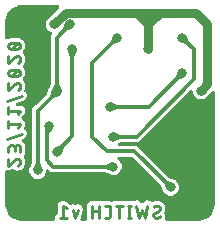
<source format=gbr>
G04 EAGLE Gerber RS-274X export*
G75*
%MOMM*%
%FSLAX34Y34*%
%LPD*%
%INBottom Copper*%
%IPPOS*%
%AMOC8*
5,1,8,0,0,1.08239X$1,22.5*%
G01*
%ADD10C,0.228600*%
%ADD11C,0.800000*%
%ADD12C,0.304800*%
%ADD13C,0.800000*%

G36*
X44641Y3826D02*
X44641Y3826D01*
X44759Y3833D01*
X44798Y3846D01*
X44838Y3851D01*
X44949Y3894D01*
X45062Y3931D01*
X45096Y3953D01*
X45134Y3968D01*
X45230Y4037D01*
X45330Y4101D01*
X45358Y4131D01*
X45391Y4154D01*
X45467Y4246D01*
X45548Y4333D01*
X45568Y4368D01*
X45594Y4399D01*
X45644Y4507D01*
X45702Y4611D01*
X45712Y4651D01*
X45729Y4687D01*
X45752Y4804D01*
X45781Y4919D01*
X45785Y4979D01*
X45789Y4999D01*
X45788Y5020D01*
X45792Y5080D01*
X45792Y7879D01*
X48313Y10400D01*
X48373Y10479D01*
X48441Y10551D01*
X48470Y10604D01*
X48508Y10652D01*
X48547Y10743D01*
X48595Y10829D01*
X48610Y10888D01*
X48634Y10943D01*
X48649Y11041D01*
X48674Y11137D01*
X48681Y11237D01*
X48684Y11258D01*
X48683Y11270D01*
X48684Y11298D01*
X48684Y16255D01*
X48683Y16269D01*
X48677Y16395D01*
X48514Y17856D01*
X48572Y17951D01*
X48581Y17979D01*
X48595Y18004D01*
X48627Y18130D01*
X48666Y18255D01*
X48667Y18275D01*
X49698Y19307D01*
X49707Y19319D01*
X49792Y19412D01*
X50710Y20560D01*
X50819Y20586D01*
X50844Y20600D01*
X50872Y20608D01*
X50984Y20674D01*
X51099Y20735D01*
X51115Y20749D01*
X52574Y20749D01*
X52588Y20751D01*
X52714Y20756D01*
X54175Y20919D01*
X54270Y20861D01*
X54298Y20852D01*
X54323Y20838D01*
X54449Y20806D01*
X54574Y20768D01*
X54595Y20767D01*
X55626Y19735D01*
X55638Y19726D01*
X55731Y19641D01*
X58583Y17360D01*
X58645Y17321D01*
X58703Y17275D01*
X58781Y17239D01*
X58854Y17194D01*
X58924Y17172D01*
X58991Y17141D01*
X59076Y17126D01*
X59158Y17100D01*
X59232Y17097D01*
X59304Y17084D01*
X59390Y17090D01*
X59476Y17086D01*
X59548Y17101D01*
X59621Y17106D01*
X59777Y17147D01*
X61171Y17611D01*
X62595Y16899D01*
X62624Y16889D01*
X62649Y16874D01*
X62773Y16836D01*
X62895Y16793D01*
X62925Y16791D01*
X62954Y16782D01*
X63084Y16777D01*
X63212Y16766D01*
X63242Y16771D01*
X63271Y16769D01*
X63398Y16797D01*
X63526Y16818D01*
X63553Y16830D01*
X63582Y16836D01*
X63731Y16899D01*
X65156Y17611D01*
X68450Y16513D01*
X70003Y13407D01*
X67715Y6544D01*
X67714Y6535D01*
X67710Y6527D01*
X67683Y6381D01*
X67653Y6232D01*
X67654Y6223D01*
X67652Y6215D01*
X67663Y6065D01*
X67671Y5915D01*
X67674Y5906D01*
X67674Y5897D01*
X67692Y5829D01*
X67602Y5648D01*
X67570Y5558D01*
X67530Y5473D01*
X67518Y5409D01*
X67496Y5348D01*
X67488Y5253D01*
X67470Y5160D01*
X67474Y5096D01*
X67469Y5031D01*
X67484Y4937D01*
X67490Y4843D01*
X67510Y4781D01*
X67521Y4717D01*
X67559Y4630D01*
X67588Y4541D01*
X67623Y4486D01*
X67649Y4426D01*
X67708Y4352D01*
X67758Y4272D01*
X67806Y4227D01*
X67846Y4176D01*
X67921Y4119D01*
X67990Y4054D01*
X68047Y4022D01*
X68099Y3983D01*
X68186Y3946D01*
X68268Y3900D01*
X68331Y3884D01*
X68391Y3859D01*
X68485Y3845D01*
X68576Y3821D01*
X68687Y3814D01*
X68706Y3811D01*
X68716Y3812D01*
X68737Y3811D01*
X71573Y3811D01*
X71692Y3826D01*
X71810Y3833D01*
X71849Y3846D01*
X71889Y3851D01*
X72000Y3894D01*
X72113Y3931D01*
X72147Y3953D01*
X72185Y3968D01*
X72281Y4037D01*
X72381Y4101D01*
X72409Y4131D01*
X72442Y4154D01*
X72518Y4246D01*
X72599Y4333D01*
X72619Y4368D01*
X72645Y4399D01*
X72695Y4507D01*
X72753Y4611D01*
X72763Y4651D01*
X72780Y4687D01*
X72803Y4804D01*
X72832Y4919D01*
X72836Y4979D01*
X72840Y4999D01*
X72839Y5020D01*
X72843Y5080D01*
X72843Y18293D01*
X75298Y20749D01*
X78771Y20749D01*
X79030Y20490D01*
X79124Y20417D01*
X79213Y20338D01*
X79249Y20320D01*
X79281Y20295D01*
X79390Y20247D01*
X79496Y20193D01*
X79535Y20185D01*
X79573Y20168D01*
X79691Y20150D01*
X79806Y20124D01*
X79847Y20125D01*
X79887Y20119D01*
X80006Y20130D01*
X80124Y20133D01*
X80163Y20145D01*
X80203Y20148D01*
X80315Y20189D01*
X80430Y20222D01*
X80465Y20242D01*
X80503Y20256D01*
X80601Y20323D01*
X80704Y20383D01*
X80749Y20423D01*
X80766Y20435D01*
X80779Y20450D01*
X80825Y20490D01*
X81084Y20749D01*
X84556Y20749D01*
X84588Y20717D01*
X84682Y20644D01*
X84771Y20565D01*
X84807Y20547D01*
X84839Y20522D01*
X84949Y20474D01*
X85055Y20420D01*
X85094Y20412D01*
X85131Y20395D01*
X85249Y20377D01*
X85365Y20351D01*
X85405Y20352D01*
X85445Y20346D01*
X85564Y20357D01*
X85683Y20360D01*
X85722Y20372D01*
X85762Y20375D01*
X85874Y20416D01*
X85988Y20449D01*
X86023Y20469D01*
X86061Y20483D01*
X86160Y20550D01*
X86262Y20610D01*
X86307Y20650D01*
X86324Y20662D01*
X86338Y20677D01*
X86383Y20717D01*
X86415Y20749D01*
X88204Y20749D01*
X90466Y20749D01*
X91443Y20749D01*
X92226Y20749D01*
X92317Y20688D01*
X92325Y20682D01*
X92329Y20680D01*
X92337Y20675D01*
X93688Y19895D01*
X93791Y19851D01*
X93891Y19800D01*
X93937Y19790D01*
X93981Y19772D01*
X94092Y19755D01*
X94202Y19731D01*
X94249Y19732D01*
X94295Y19725D01*
X94407Y19737D01*
X94520Y19740D01*
X94565Y19753D01*
X94612Y19758D01*
X94717Y19797D01*
X94825Y19829D01*
X94866Y19853D01*
X94910Y19869D01*
X95002Y19933D01*
X95099Y19990D01*
X95153Y20038D01*
X95171Y20050D01*
X95183Y20064D01*
X95220Y20097D01*
X95872Y20749D01*
X111778Y20749D01*
X111834Y20705D01*
X111889Y20649D01*
X111959Y20608D01*
X112023Y20558D01*
X112095Y20527D01*
X112163Y20487D01*
X112241Y20464D01*
X112315Y20432D01*
X112392Y20419D01*
X112468Y20397D01*
X112549Y20395D01*
X112629Y20382D01*
X112707Y20389D01*
X112786Y20387D01*
X112945Y20411D01*
X115708Y21026D01*
X118870Y19014D01*
X118870Y19013D01*
X118871Y19013D01*
X119018Y18944D01*
X119157Y18878D01*
X119158Y18878D01*
X119159Y18877D01*
X119317Y18847D01*
X119469Y18818D01*
X119470Y18818D01*
X119471Y18818D01*
X119631Y18828D01*
X119787Y18837D01*
X119788Y18838D01*
X119789Y18838D01*
X119949Y18890D01*
X120089Y18935D01*
X120090Y18936D01*
X120091Y18936D01*
X120232Y19014D01*
X123394Y21026D01*
X126798Y20269D01*
X126823Y20239D01*
X126896Y20140D01*
X126924Y20117D01*
X126947Y20089D01*
X127047Y20017D01*
X127142Y19939D01*
X127175Y19924D01*
X127205Y19903D01*
X127319Y19857D01*
X127431Y19806D01*
X127467Y19799D01*
X127501Y19786D01*
X127623Y19770D01*
X127744Y19748D01*
X127780Y19751D01*
X127816Y19746D01*
X127938Y19762D01*
X128061Y19770D01*
X128113Y19784D01*
X128132Y19786D01*
X128151Y19794D01*
X128217Y19811D01*
X130217Y20478D01*
X130266Y20502D01*
X130318Y20517D01*
X130409Y20570D01*
X130503Y20616D01*
X130545Y20651D01*
X130592Y20678D01*
X130672Y20749D01*
X134173Y20749D01*
X134264Y20688D01*
X134273Y20682D01*
X134277Y20680D01*
X134285Y20675D01*
X137176Y19005D01*
X138845Y16114D01*
X138897Y16046D01*
X138919Y16008D01*
X138919Y12486D01*
X138854Y12388D01*
X138846Y12377D01*
X138844Y12371D01*
X138836Y12360D01*
X138351Y11511D01*
X138308Y11407D01*
X138257Y11307D01*
X138247Y11261D01*
X138229Y11217D01*
X138213Y11106D01*
X138189Y10996D01*
X138190Y10949D01*
X138184Y10902D01*
X138196Y10791D01*
X138200Y10679D01*
X138213Y10633D01*
X138218Y10586D01*
X138258Y10481D01*
X138290Y10373D01*
X138314Y10333D01*
X138330Y10288D01*
X138395Y10197D01*
X138452Y10100D01*
X138500Y10046D01*
X138513Y10028D01*
X138527Y10016D01*
X138559Y9980D01*
X139201Y9343D01*
X139216Y5843D01*
X139148Y5761D01*
X139138Y5740D01*
X139124Y5722D01*
X139070Y5596D01*
X139012Y5473D01*
X139008Y5450D01*
X138999Y5429D01*
X138978Y5294D01*
X138952Y5160D01*
X138954Y5138D01*
X138950Y5115D01*
X138964Y4979D01*
X138972Y4843D01*
X138979Y4821D01*
X138981Y4799D01*
X139028Y4670D01*
X139070Y4541D01*
X139082Y4521D01*
X139090Y4500D01*
X139167Y4387D01*
X139240Y4272D01*
X139257Y4256D01*
X139270Y4237D01*
X139373Y4147D01*
X139472Y4054D01*
X139492Y4043D01*
X139509Y4028D01*
X139631Y3966D01*
X139750Y3900D01*
X139773Y3895D01*
X139793Y3884D01*
X139927Y3855D01*
X140058Y3821D01*
X140090Y3819D01*
X140104Y3816D01*
X140125Y3817D01*
X140219Y3811D01*
X167929Y3811D01*
X167949Y3813D01*
X168053Y3817D01*
X170393Y4047D01*
X170496Y4071D01*
X170602Y4086D01*
X170681Y4113D01*
X170703Y4118D01*
X170717Y4125D01*
X170754Y4138D01*
X175077Y5928D01*
X175085Y5933D01*
X175094Y5935D01*
X175223Y6012D01*
X175353Y6086D01*
X175359Y6092D01*
X175367Y6097D01*
X175488Y6203D01*
X178797Y9512D01*
X178802Y9519D01*
X178810Y9525D01*
X178900Y9644D01*
X178992Y9763D01*
X178995Y9772D01*
X179001Y9779D01*
X179072Y9923D01*
X180862Y14246D01*
X180890Y14348D01*
X180927Y14448D01*
X180940Y14532D01*
X180946Y14553D01*
X180946Y14569D01*
X180953Y14607D01*
X181183Y16947D01*
X181183Y16966D01*
X181189Y17071D01*
X181189Y112407D01*
X181172Y112544D01*
X181159Y112683D01*
X181152Y112702D01*
X181149Y112722D01*
X181098Y112851D01*
X181051Y112982D01*
X181040Y112999D01*
X181032Y113018D01*
X180951Y113130D01*
X180873Y113245D01*
X180857Y113259D01*
X180846Y113275D01*
X180738Y113364D01*
X180634Y113456D01*
X180616Y113465D01*
X180601Y113478D01*
X180475Y113537D01*
X180351Y113600D01*
X180331Y113605D01*
X180313Y113614D01*
X180177Y113640D01*
X180041Y113670D01*
X180020Y113670D01*
X180001Y113673D01*
X179862Y113665D01*
X179723Y113660D01*
X179703Y113655D01*
X179683Y113654D01*
X179551Y113611D01*
X179417Y113572D01*
X179400Y113562D01*
X179381Y113556D01*
X179263Y113481D01*
X179143Y113411D01*
X179122Y113392D01*
X179112Y113385D01*
X179098Y113370D01*
X179023Y113304D01*
X173493Y107774D01*
X170902Y106701D01*
X168098Y106701D01*
X165507Y107774D01*
X163524Y109757D01*
X162451Y112348D01*
X162451Y112920D01*
X162434Y113058D01*
X162421Y113197D01*
X162414Y113216D01*
X162411Y113236D01*
X162360Y113365D01*
X162313Y113496D01*
X162302Y113513D01*
X162294Y113531D01*
X162213Y113644D01*
X162135Y113759D01*
X162119Y113772D01*
X162108Y113789D01*
X162000Y113877D01*
X161896Y113969D01*
X161878Y113979D01*
X161863Y113992D01*
X161737Y114051D01*
X161613Y114114D01*
X161593Y114119D01*
X161575Y114127D01*
X161439Y114153D01*
X161303Y114184D01*
X161282Y114183D01*
X161263Y114187D01*
X161124Y114178D01*
X160985Y114174D01*
X160965Y114168D01*
X160945Y114167D01*
X160813Y114124D01*
X160679Y114086D01*
X160662Y114075D01*
X160643Y114069D01*
X160525Y113995D01*
X160405Y113924D01*
X160384Y113906D01*
X160374Y113899D01*
X160360Y113884D01*
X160285Y113818D01*
X119944Y73478D01*
X116894Y70427D01*
X102262Y70427D01*
X102232Y70423D01*
X102202Y70426D01*
X102074Y70404D01*
X101946Y70387D01*
X101918Y70376D01*
X101888Y70371D01*
X101738Y70314D01*
X99937Y69498D01*
X99895Y69472D01*
X99849Y69454D01*
X99760Y69389D01*
X99666Y69332D01*
X99632Y69296D01*
X99592Y69268D01*
X99521Y69182D01*
X99445Y69103D01*
X99420Y69060D01*
X99389Y69023D01*
X99342Y68923D01*
X99287Y68827D01*
X99274Y68779D01*
X99253Y68735D01*
X99233Y68627D01*
X99204Y68520D01*
X99203Y68471D01*
X99194Y68422D01*
X99201Y68312D01*
X99199Y68202D01*
X99210Y68154D01*
X99213Y68105D01*
X99247Y68000D01*
X99273Y67893D01*
X99296Y67849D01*
X99311Y67803D01*
X99371Y67709D01*
X99422Y67612D01*
X99455Y67575D01*
X99482Y67534D01*
X99562Y67458D01*
X99636Y67376D01*
X99678Y67350D01*
X99713Y67316D01*
X99810Y67263D01*
X99902Y67202D01*
X99949Y67186D01*
X99992Y67162D01*
X100099Y67135D01*
X100203Y67099D01*
X100252Y67095D01*
X100300Y67083D01*
X100460Y67073D01*
X115044Y67073D01*
X118094Y64022D01*
X141849Y40268D01*
X141872Y40250D01*
X141892Y40227D01*
X141998Y40153D01*
X142100Y40073D01*
X142128Y40061D01*
X142152Y40044D01*
X142299Y39978D01*
X144817Y39030D01*
X144960Y38996D01*
X145103Y38959D01*
X145119Y38958D01*
X145126Y38956D01*
X145134Y38956D01*
X146322Y38464D01*
X146334Y38461D01*
X146360Y38449D01*
X148006Y37830D01*
X148090Y37643D01*
X148167Y37518D01*
X148243Y37390D01*
X148253Y37378D01*
X148257Y37372D01*
X148268Y37361D01*
X148349Y37269D01*
X149726Y35893D01*
X150799Y33302D01*
X150799Y30498D01*
X149726Y27907D01*
X147743Y25924D01*
X145152Y24851D01*
X142348Y24851D01*
X139757Y25924D01*
X138381Y27301D01*
X138263Y27392D01*
X138149Y27484D01*
X138135Y27491D01*
X138129Y27496D01*
X138115Y27502D01*
X138007Y27560D01*
X137820Y27644D01*
X137201Y29291D01*
X137195Y29302D01*
X137185Y29329D01*
X136681Y30546D01*
X136667Y30679D01*
X136662Y30694D01*
X136661Y30702D01*
X136656Y30716D01*
X136620Y30833D01*
X136301Y31681D01*
X135672Y33351D01*
X135658Y33378D01*
X135650Y33407D01*
X135584Y33518D01*
X135524Y33632D01*
X135504Y33655D01*
X135488Y33681D01*
X135382Y33801D01*
X111628Y57556D01*
X111549Y57616D01*
X111477Y57684D01*
X111424Y57713D01*
X111376Y57750D01*
X111285Y57790D01*
X111199Y57838D01*
X111140Y57853D01*
X111085Y57877D01*
X110987Y57892D01*
X110891Y57917D01*
X110791Y57923D01*
X110770Y57927D01*
X110758Y57925D01*
X110730Y57927D01*
X100076Y57927D01*
X100006Y57918D01*
X99935Y57919D01*
X99849Y57899D01*
X99761Y57887D01*
X99695Y57861D01*
X99626Y57845D01*
X99547Y57803D01*
X99465Y57770D01*
X99408Y57729D01*
X99345Y57695D01*
X99280Y57636D01*
X99208Y57584D01*
X99162Y57529D01*
X99110Y57481D01*
X99061Y57407D01*
X99005Y57339D01*
X98975Y57274D01*
X98936Y57215D01*
X98907Y57131D01*
X98869Y57051D01*
X98856Y56981D01*
X98833Y56914D01*
X98826Y56826D01*
X98810Y56739D01*
X98814Y56668D01*
X98809Y56597D01*
X98824Y56510D01*
X98829Y56421D01*
X98851Y56354D01*
X98863Y56284D01*
X98900Y56203D01*
X98927Y56119D01*
X98965Y56059D01*
X98995Y55994D01*
X99050Y55925D01*
X99098Y55850D01*
X99149Y55801D01*
X99194Y55746D01*
X99229Y55719D01*
X101356Y53593D01*
X102429Y51002D01*
X102429Y48198D01*
X101356Y45607D01*
X99373Y43624D01*
X96782Y42551D01*
X94835Y42551D01*
X94689Y42533D01*
X94542Y42517D01*
X94527Y42512D01*
X94520Y42511D01*
X94505Y42506D01*
X94388Y42470D01*
X94196Y42398D01*
X92593Y43124D01*
X92581Y43128D01*
X92555Y43141D01*
X91339Y43644D01*
X91235Y43728D01*
X91221Y43736D01*
X91215Y43740D01*
X91201Y43746D01*
X91093Y43804D01*
X88642Y44914D01*
X88613Y44923D01*
X88587Y44938D01*
X88462Y44970D01*
X88338Y45008D01*
X88308Y45010D01*
X88279Y45017D01*
X88118Y45027D01*
X42256Y45027D01*
X40465Y46818D01*
X40356Y46903D01*
X40249Y46992D01*
X40230Y47000D01*
X40214Y47013D01*
X40086Y47068D01*
X39961Y47127D01*
X39941Y47131D01*
X39922Y47139D01*
X39784Y47161D01*
X39648Y47187D01*
X39628Y47186D01*
X39608Y47189D01*
X39469Y47176D01*
X39331Y47167D01*
X39312Y47161D01*
X39292Y47159D01*
X39160Y47112D01*
X39029Y47069D01*
X39011Y47058D01*
X38992Y47051D01*
X38877Y46973D01*
X38760Y46899D01*
X38746Y46884D01*
X38729Y46873D01*
X38637Y46769D01*
X38542Y46667D01*
X38532Y46650D01*
X38519Y46634D01*
X38455Y46510D01*
X38388Y46389D01*
X38383Y46369D01*
X38374Y46351D01*
X38344Y46215D01*
X38309Y46081D01*
X38307Y46053D01*
X38304Y46041D01*
X38305Y46020D01*
X38299Y45920D01*
X38299Y44848D01*
X37226Y42257D01*
X35243Y40274D01*
X32652Y39201D01*
X29848Y39201D01*
X27257Y40274D01*
X25274Y42257D01*
X24201Y44848D01*
X24201Y46795D01*
X24183Y46941D01*
X24167Y47088D01*
X24162Y47103D01*
X24161Y47110D01*
X24156Y47125D01*
X24120Y47242D01*
X24048Y47434D01*
X24774Y49036D01*
X24778Y49048D01*
X24790Y49075D01*
X25294Y50291D01*
X25378Y50395D01*
X25386Y50409D01*
X25390Y50415D01*
X25396Y50429D01*
X25454Y50537D01*
X26564Y52988D01*
X26573Y53017D01*
X26588Y53043D01*
X26620Y53168D01*
X26658Y53292D01*
X26660Y53322D01*
X26667Y53351D01*
X26677Y53512D01*
X26677Y98744D01*
X29728Y101794D01*
X39132Y111199D01*
X39150Y111222D01*
X39173Y111242D01*
X39247Y111348D01*
X39327Y111450D01*
X39339Y111478D01*
X39356Y111502D01*
X39422Y111649D01*
X40188Y113682D01*
X40201Y113738D01*
X40223Y113792D01*
X40238Y113892D01*
X40261Y113991D01*
X40260Y114049D01*
X40269Y114106D01*
X40259Y114198D01*
X40298Y114284D01*
X40967Y115761D01*
X40973Y115781D01*
X40999Y115838D01*
X41378Y116846D01*
X41602Y117439D01*
X41643Y117469D01*
X41706Y117548D01*
X41777Y117622D01*
X41806Y117672D01*
X41842Y117717D01*
X41918Y117859D01*
X42814Y119838D01*
X42823Y119867D01*
X42838Y119893D01*
X42870Y120018D01*
X42908Y120142D01*
X42910Y120172D01*
X42917Y120201D01*
X42927Y120362D01*
X42927Y160644D01*
X43412Y161129D01*
X43442Y161168D01*
X43479Y161201D01*
X43540Y161293D01*
X43607Y161380D01*
X43627Y161426D01*
X43654Y161467D01*
X43690Y161571D01*
X43733Y161672D01*
X43741Y161721D01*
X43757Y161768D01*
X43766Y161877D01*
X43783Y161986D01*
X43778Y162035D01*
X43782Y162085D01*
X43764Y162193D01*
X43753Y162303D01*
X43736Y162349D01*
X43728Y162398D01*
X43683Y162499D01*
X43646Y162602D01*
X43618Y162643D01*
X43597Y162688D01*
X43529Y162774D01*
X43467Y162865D01*
X43430Y162898D01*
X43399Y162937D01*
X43311Y163003D01*
X43229Y163075D01*
X43184Y163098D01*
X43145Y163128D01*
X43000Y163199D01*
X41007Y164024D01*
X39024Y166007D01*
X37951Y168598D01*
X37951Y171402D01*
X39024Y173993D01*
X49054Y184023D01*
X49139Y184132D01*
X49228Y184239D01*
X49237Y184258D01*
X49249Y184274D01*
X49305Y184402D01*
X49364Y184527D01*
X49367Y184547D01*
X49375Y184566D01*
X49397Y184704D01*
X49423Y184840D01*
X49422Y184860D01*
X49425Y184880D01*
X49412Y185019D01*
X49404Y185157D01*
X49397Y185176D01*
X49395Y185196D01*
X49348Y185328D01*
X49306Y185459D01*
X49295Y185477D01*
X49288Y185496D01*
X49210Y185611D01*
X49135Y185728D01*
X49121Y185742D01*
X49109Y185759D01*
X49005Y185851D01*
X48904Y185946D01*
X48886Y185956D01*
X48871Y185969D01*
X48747Y186033D01*
X48625Y186100D01*
X48606Y186105D01*
X48588Y186114D01*
X48452Y186144D01*
X48317Y186179D01*
X48289Y186181D01*
X48277Y186184D01*
X48257Y186183D01*
X48157Y186189D01*
X17071Y186189D01*
X17051Y186187D01*
X16947Y186183D01*
X14607Y185953D01*
X14504Y185929D01*
X14398Y185914D01*
X14319Y185887D01*
X14297Y185882D01*
X14283Y185875D01*
X14246Y185862D01*
X9923Y184072D01*
X9915Y184067D01*
X9906Y184065D01*
X9777Y183988D01*
X9647Y183914D01*
X9641Y183908D01*
X9633Y183903D01*
X9512Y183797D01*
X6203Y180488D01*
X6198Y180481D01*
X6190Y180475D01*
X6100Y180356D01*
X6008Y180237D01*
X6005Y180228D01*
X5999Y180221D01*
X5928Y180077D01*
X4138Y175754D01*
X4110Y175652D01*
X4073Y175552D01*
X4060Y175468D01*
X4054Y175447D01*
X4054Y175431D01*
X4047Y175393D01*
X3817Y173053D01*
X3817Y173034D01*
X3811Y172929D01*
X3811Y158586D01*
X3812Y158577D01*
X3811Y158567D01*
X3832Y158419D01*
X3851Y158271D01*
X3854Y158262D01*
X3856Y158252D01*
X3913Y158114D01*
X3968Y157975D01*
X3973Y157967D01*
X3977Y157958D01*
X4067Y157839D01*
X4154Y157718D01*
X4162Y157711D01*
X4168Y157704D01*
X4284Y157611D01*
X4399Y157515D01*
X4409Y157511D01*
X4416Y157505D01*
X4552Y157443D01*
X4687Y157380D01*
X4697Y157378D01*
X4706Y157374D01*
X4854Y157348D01*
X4999Y157320D01*
X5009Y157320D01*
X5019Y157319D01*
X5168Y157330D01*
X5317Y157340D01*
X5326Y157343D01*
X5336Y157343D01*
X5492Y157386D01*
X5911Y157530D01*
X5916Y157532D01*
X6056Y157589D01*
X8402Y158733D01*
X14298Y158733D01*
X15585Y158106D01*
X15715Y158062D01*
X15842Y158013D01*
X15873Y158008D01*
X15886Y158003D01*
X15907Y158002D01*
X16001Y157985D01*
X16431Y157937D01*
X16515Y157833D01*
X16600Y157750D01*
X16680Y157662D01*
X16714Y157639D01*
X16743Y157611D01*
X16847Y157552D01*
X16946Y157487D01*
X17002Y157463D01*
X17020Y157453D01*
X17039Y157448D01*
X17095Y157425D01*
X18390Y156981D01*
X18468Y156871D01*
X18490Y156847D01*
X18499Y156829D01*
X18508Y156819D01*
X18526Y156790D01*
X20749Y153678D01*
X20749Y149620D01*
X18896Y147026D01*
X18892Y147019D01*
X18887Y147013D01*
X18817Y146879D01*
X18745Y146746D01*
X18743Y146738D01*
X18739Y146731D01*
X18704Y146583D01*
X18668Y146437D01*
X18668Y146429D01*
X18667Y146422D01*
X18670Y146270D01*
X18671Y146119D01*
X18673Y146112D01*
X18673Y146104D01*
X18714Y145957D01*
X18752Y145812D01*
X18756Y145805D01*
X18758Y145797D01*
X18829Y145653D01*
X20749Y142329D01*
X20749Y138755D01*
X20715Y138711D01*
X20621Y138593D01*
X20616Y138584D01*
X20613Y138580D01*
X20608Y138569D01*
X20546Y138450D01*
X19444Y135976D01*
X18838Y135432D01*
X18807Y135396D01*
X18770Y135365D01*
X18703Y135276D01*
X18630Y135191D01*
X18609Y135148D01*
X18580Y135110D01*
X18538Y135006D01*
X18489Y134907D01*
X18479Y134860D01*
X18461Y134815D01*
X18446Y134705D01*
X18422Y134596D01*
X18424Y134547D01*
X18418Y134500D01*
X18431Y134389D01*
X18435Y134278D01*
X18449Y134232D01*
X18455Y134184D01*
X18495Y134080D01*
X18527Y133973D01*
X18552Y133932D01*
X18569Y133887D01*
X18654Y133750D01*
X20749Y130818D01*
X20749Y126760D01*
X18896Y124166D01*
X18892Y124159D01*
X18887Y124153D01*
X18817Y124020D01*
X18745Y123886D01*
X18743Y123878D01*
X18739Y123871D01*
X18705Y123724D01*
X18668Y123577D01*
X18668Y123569D01*
X18667Y123562D01*
X18670Y123410D01*
X18671Y123259D01*
X18673Y123252D01*
X18673Y123244D01*
X18713Y123099D01*
X18752Y122952D01*
X18756Y122945D01*
X18758Y122937D01*
X18829Y122793D01*
X20749Y119469D01*
X20749Y115895D01*
X20715Y115851D01*
X20621Y115733D01*
X20616Y115724D01*
X20613Y115720D01*
X20608Y115709D01*
X20546Y115590D01*
X19984Y114329D01*
X19953Y114226D01*
X19913Y114125D01*
X19907Y114074D01*
X19892Y114024D01*
X19887Y113917D01*
X19874Y113809D01*
X19881Y113758D01*
X19878Y113707D01*
X19901Y113601D01*
X19915Y113494D01*
X19934Y113446D01*
X19944Y113396D01*
X19992Y113299D01*
X20032Y113198D01*
X20063Y113157D01*
X20086Y113111D01*
X20156Y113029D01*
X20220Y112942D01*
X20260Y112909D01*
X20293Y112870D01*
X20382Y112808D01*
X20465Y112739D01*
X20536Y112701D01*
X20554Y112688D01*
X20570Y112682D01*
X20607Y112662D01*
X21060Y112450D01*
X22247Y109187D01*
X20778Y106040D01*
X13624Y103439D01*
X13538Y103394D01*
X13447Y103358D01*
X13397Y103322D01*
X13342Y103294D01*
X13269Y103229D01*
X13190Y103172D01*
X13150Y103124D01*
X13104Y103083D01*
X13049Y103002D01*
X12987Y102927D01*
X12960Y102870D01*
X12926Y102819D01*
X12893Y102727D01*
X12851Y102639D01*
X12840Y102578D01*
X12819Y102519D01*
X12810Y102422D01*
X12792Y102326D01*
X12795Y102265D01*
X12790Y102203D01*
X12805Y102106D01*
X12811Y102009D01*
X12830Y101950D01*
X12840Y101889D01*
X12879Y101799D01*
X12909Y101707D01*
X12943Y101654D01*
X12967Y101597D01*
X13027Y101520D01*
X13079Y101438D01*
X13125Y101395D01*
X13163Y101346D01*
X13240Y101287D01*
X13311Y101220D01*
X13365Y101190D01*
X13415Y101152D01*
X13504Y101114D01*
X13590Y101066D01*
X13650Y101051D01*
X13707Y101026D01*
X13803Y101011D01*
X13898Y100987D01*
X14001Y100980D01*
X14021Y100977D01*
X14032Y100978D01*
X14058Y100977D01*
X16255Y100977D01*
X16269Y100979D01*
X16395Y100984D01*
X17856Y101147D01*
X17951Y101089D01*
X17979Y101080D01*
X18004Y101066D01*
X18130Y101034D01*
X18255Y100996D01*
X18275Y100995D01*
X19307Y99963D01*
X19319Y99954D01*
X19412Y99869D01*
X20560Y98951D01*
X20586Y98843D01*
X20600Y98817D01*
X20608Y98789D01*
X20674Y98677D01*
X20735Y98562D01*
X20749Y98547D01*
X20749Y97087D01*
X20751Y97073D01*
X20756Y96947D01*
X20919Y95486D01*
X20861Y95391D01*
X20852Y95363D01*
X20838Y95338D01*
X20806Y95212D01*
X20768Y95087D01*
X20767Y95067D01*
X19735Y94035D01*
X19726Y94023D01*
X19641Y93930D01*
X17784Y91609D01*
X17748Y91550D01*
X17704Y91497D01*
X17665Y91415D01*
X17618Y91338D01*
X17598Y91271D01*
X17568Y91209D01*
X17551Y91120D01*
X17525Y91034D01*
X17522Y90964D01*
X17509Y90897D01*
X17514Y90806D01*
X17510Y90716D01*
X17524Y90648D01*
X17528Y90579D01*
X17556Y90493D01*
X17575Y90405D01*
X17605Y90342D01*
X17626Y90277D01*
X17675Y90200D01*
X17714Y90119D01*
X17759Y90066D01*
X17796Y90008D01*
X17862Y89946D01*
X17921Y89877D01*
X17978Y89837D01*
X18028Y89790D01*
X18077Y89763D01*
X19307Y88533D01*
X19319Y88524D01*
X19412Y88439D01*
X20560Y87521D01*
X20586Y87413D01*
X20600Y87387D01*
X20608Y87359D01*
X20674Y87247D01*
X20735Y87132D01*
X20749Y87117D01*
X20749Y85657D01*
X20751Y85643D01*
X20756Y85517D01*
X20919Y84056D01*
X20861Y83961D01*
X20852Y83933D01*
X20838Y83908D01*
X20806Y83782D01*
X20768Y83657D01*
X20767Y83637D01*
X19966Y82836D01*
X19953Y82819D01*
X19936Y82805D01*
X19855Y82694D01*
X19771Y82585D01*
X19763Y82565D01*
X19750Y82547D01*
X19700Y82419D01*
X19645Y82293D01*
X19642Y82272D01*
X19634Y82251D01*
X19617Y82115D01*
X19595Y81979D01*
X19597Y81957D01*
X19594Y81936D01*
X19612Y81800D01*
X19625Y81662D01*
X19632Y81642D01*
X19635Y81620D01*
X19686Y81493D01*
X19733Y81363D01*
X19745Y81345D01*
X19753Y81325D01*
X19834Y81214D01*
X19911Y81100D01*
X19927Y81086D01*
X19940Y81068D01*
X20047Y80980D01*
X20150Y80890D01*
X20169Y80880D01*
X20186Y80866D01*
X20327Y80789D01*
X21060Y80446D01*
X22247Y77183D01*
X20778Y74036D01*
X18494Y73206D01*
X18442Y73179D01*
X18388Y73161D01*
X18302Y73107D01*
X18211Y73060D01*
X18168Y73022D01*
X18119Y72991D01*
X18049Y72917D01*
X17973Y72849D01*
X17941Y72802D01*
X17901Y72759D01*
X17852Y72670D01*
X17795Y72586D01*
X17776Y72531D01*
X17748Y72481D01*
X17722Y72382D01*
X17688Y72286D01*
X17683Y72229D01*
X17669Y72173D01*
X17668Y72071D01*
X17659Y71970D01*
X17668Y71913D01*
X17668Y71855D01*
X17694Y71756D01*
X17710Y71656D01*
X17733Y71603D01*
X17747Y71547D01*
X17796Y71457D01*
X17837Y71364D01*
X17872Y71318D01*
X17900Y71268D01*
X17970Y71193D01*
X18032Y71113D01*
X18078Y71078D01*
X18117Y71036D01*
X18198Y70985D01*
X20749Y67474D01*
X20749Y60152D01*
X19720Y59124D01*
X19651Y59035D01*
X19576Y58951D01*
X19554Y58910D01*
X19525Y58872D01*
X19481Y58769D01*
X19429Y58670D01*
X19418Y58624D01*
X19399Y58581D01*
X19381Y58469D01*
X19356Y58360D01*
X19357Y58313D01*
X19349Y58267D01*
X19360Y58154D01*
X19362Y58042D01*
X19375Y57997D01*
X19379Y57950D01*
X19417Y57844D01*
X19447Y57736D01*
X19479Y57671D01*
X19487Y57651D01*
X19497Y57635D01*
X19519Y57592D01*
X20749Y55461D01*
X20749Y51887D01*
X20715Y51843D01*
X20621Y51725D01*
X20616Y51716D01*
X20613Y51712D01*
X20608Y51701D01*
X20546Y51582D01*
X19444Y49108D01*
X17059Y46964D01*
X15534Y46471D01*
X13882Y45936D01*
X10521Y47652D01*
X10494Y47662D01*
X10470Y47677D01*
X10345Y47716D01*
X10222Y47760D01*
X10194Y47763D01*
X10166Y47772D01*
X10036Y47778D01*
X9906Y47791D01*
X9877Y47786D01*
X9849Y47788D01*
X9720Y47762D01*
X9591Y47741D01*
X9565Y47730D01*
X9537Y47724D01*
X9419Y47667D01*
X9299Y47615D01*
X9277Y47598D01*
X9251Y47585D01*
X9122Y47489D01*
X9026Y47408D01*
X9011Y47391D01*
X8951Y47338D01*
X7840Y46227D01*
X7835Y46227D01*
X7790Y46209D01*
X7743Y46200D01*
X7643Y46151D01*
X7602Y46135D01*
X6025Y46262D01*
X6003Y46261D01*
X5922Y46267D01*
X5080Y46267D01*
X4962Y46252D01*
X4843Y46244D01*
X4805Y46232D01*
X4764Y46227D01*
X4654Y46183D01*
X4541Y46146D01*
X4506Y46125D01*
X4469Y46110D01*
X4373Y46040D01*
X4272Y45976D01*
X4244Y45947D01*
X4211Y45923D01*
X4135Y45831D01*
X4054Y45744D01*
X4034Y45709D01*
X4009Y45678D01*
X3958Y45570D01*
X3900Y45466D01*
X3890Y45427D01*
X3873Y45390D01*
X3851Y45273D01*
X3821Y45158D01*
X3817Y45098D01*
X3813Y45078D01*
X3815Y45058D01*
X3811Y44997D01*
X3811Y17071D01*
X3813Y17051D01*
X3817Y16947D01*
X4047Y14607D01*
X4071Y14504D01*
X4086Y14398D01*
X4113Y14319D01*
X4118Y14297D01*
X4125Y14283D01*
X4138Y14246D01*
X5928Y9923D01*
X5933Y9915D01*
X5935Y9906D01*
X6012Y9777D01*
X6086Y9647D01*
X6092Y9641D01*
X6097Y9633D01*
X6203Y9512D01*
X9512Y6203D01*
X9519Y6198D01*
X9525Y6190D01*
X9644Y6101D01*
X9763Y6008D01*
X9772Y6005D01*
X9779Y5999D01*
X9923Y5928D01*
X14246Y4138D01*
X14348Y4110D01*
X14448Y4073D01*
X14532Y4060D01*
X14553Y4054D01*
X14569Y4054D01*
X14607Y4047D01*
X16947Y3817D01*
X16966Y3817D01*
X17071Y3811D01*
X44522Y3811D01*
X44641Y3826D01*
G37*
D10*
X129231Y8457D02*
X129233Y8364D01*
X129239Y8271D01*
X129248Y8178D01*
X129261Y8086D01*
X129278Y7994D01*
X129298Y7903D01*
X129322Y7813D01*
X129350Y7724D01*
X129381Y7636D01*
X129416Y7550D01*
X129454Y7465D01*
X129496Y7382D01*
X129541Y7300D01*
X129589Y7220D01*
X129641Y7142D01*
X129695Y7067D01*
X129753Y6994D01*
X129813Y6923D01*
X129876Y6854D01*
X129942Y6788D01*
X130011Y6725D01*
X130082Y6665D01*
X130155Y6607D01*
X130230Y6553D01*
X130308Y6501D01*
X130388Y6453D01*
X130470Y6408D01*
X130553Y6366D01*
X130638Y6328D01*
X130724Y6293D01*
X130812Y6262D01*
X130901Y6234D01*
X130991Y6210D01*
X131082Y6190D01*
X131174Y6173D01*
X131266Y6160D01*
X131359Y6151D01*
X131452Y6145D01*
X131545Y6143D01*
X131683Y6145D01*
X131821Y6151D01*
X131958Y6160D01*
X132095Y6174D01*
X132232Y6192D01*
X132368Y6213D01*
X132504Y6238D01*
X132639Y6267D01*
X132773Y6300D01*
X132905Y6336D01*
X133037Y6376D01*
X133168Y6420D01*
X133297Y6468D01*
X133425Y6519D01*
X133552Y6574D01*
X133677Y6632D01*
X133800Y6694D01*
X133921Y6759D01*
X134041Y6828D01*
X134158Y6900D01*
X134274Y6975D01*
X134387Y7054D01*
X134498Y7136D01*
X134607Y7221D01*
X134713Y7308D01*
X134817Y7399D01*
X134918Y7493D01*
X135016Y7589D01*
X134727Y14243D02*
X134725Y14336D01*
X134719Y14429D01*
X134710Y14522D01*
X134697Y14614D01*
X134680Y14706D01*
X134660Y14797D01*
X134636Y14887D01*
X134608Y14976D01*
X134577Y15064D01*
X134542Y15150D01*
X134504Y15235D01*
X134462Y15318D01*
X134417Y15400D01*
X134369Y15480D01*
X134317Y15558D01*
X134263Y15633D01*
X134205Y15706D01*
X134145Y15777D01*
X134082Y15846D01*
X134016Y15912D01*
X133947Y15975D01*
X133876Y16035D01*
X133803Y16093D01*
X133728Y16147D01*
X133650Y16199D01*
X133570Y16247D01*
X133488Y16292D01*
X133405Y16334D01*
X133320Y16372D01*
X133234Y16407D01*
X133146Y16438D01*
X133057Y16466D01*
X132967Y16490D01*
X132876Y16510D01*
X132784Y16527D01*
X132692Y16540D01*
X132599Y16549D01*
X132506Y16555D01*
X132413Y16557D01*
X132286Y16555D01*
X132159Y16550D01*
X132033Y16540D01*
X131906Y16527D01*
X131781Y16511D01*
X131655Y16490D01*
X131531Y16466D01*
X131407Y16439D01*
X131284Y16408D01*
X131162Y16373D01*
X131041Y16334D01*
X130921Y16292D01*
X130803Y16247D01*
X130685Y16198D01*
X130570Y16146D01*
X130456Y16090D01*
X130343Y16032D01*
X130233Y15969D01*
X130124Y15904D01*
X130017Y15835D01*
X129912Y15764D01*
X129810Y15689D01*
X133570Y12218D02*
X133650Y12268D01*
X133728Y12320D01*
X133803Y12375D01*
X133877Y12434D01*
X133948Y12495D01*
X134016Y12559D01*
X134082Y12626D01*
X134146Y12696D01*
X134206Y12767D01*
X134263Y12842D01*
X134318Y12918D01*
X134369Y12997D01*
X134417Y13077D01*
X134462Y13159D01*
X134504Y13244D01*
X134542Y13329D01*
X134577Y13416D01*
X134608Y13505D01*
X134636Y13595D01*
X134660Y13685D01*
X134680Y13777D01*
X134697Y13869D01*
X134710Y13962D01*
X134720Y14056D01*
X134725Y14149D01*
X134727Y14243D01*
X130389Y10482D02*
X130309Y10432D01*
X130231Y10380D01*
X130155Y10325D01*
X130082Y10266D01*
X130011Y10205D01*
X129943Y10141D01*
X129877Y10074D01*
X129813Y10004D01*
X129753Y9933D01*
X129696Y9858D01*
X129641Y9782D01*
X129590Y9703D01*
X129542Y9623D01*
X129497Y9541D01*
X129455Y9456D01*
X129417Y9371D01*
X129382Y9284D01*
X129351Y9195D01*
X129323Y9105D01*
X129299Y9015D01*
X129279Y8923D01*
X129262Y8831D01*
X129249Y8738D01*
X129239Y8644D01*
X129234Y8551D01*
X129232Y8457D01*
X130388Y10482D02*
X133570Y12218D01*
X124179Y16557D02*
X121865Y6143D01*
X119551Y13086D01*
X117237Y6143D01*
X114923Y16557D01*
X108883Y16557D02*
X108883Y6143D01*
X110040Y6143D02*
X107726Y6143D01*
X107726Y16557D02*
X110040Y16557D01*
X100501Y16557D02*
X100501Y6143D01*
X103394Y16557D02*
X97608Y16557D01*
X90466Y6143D02*
X88151Y6143D01*
X90466Y6143D02*
X90559Y6145D01*
X90652Y6151D01*
X90745Y6160D01*
X90837Y6173D01*
X90929Y6190D01*
X91020Y6210D01*
X91110Y6234D01*
X91199Y6262D01*
X91287Y6293D01*
X91373Y6328D01*
X91458Y6366D01*
X91541Y6408D01*
X91623Y6453D01*
X91703Y6501D01*
X91781Y6553D01*
X91856Y6607D01*
X91929Y6665D01*
X92000Y6725D01*
X92069Y6788D01*
X92135Y6854D01*
X92198Y6923D01*
X92258Y6994D01*
X92316Y7067D01*
X92370Y7143D01*
X92422Y7220D01*
X92470Y7300D01*
X92515Y7382D01*
X92557Y7465D01*
X92595Y7550D01*
X92630Y7636D01*
X92661Y7724D01*
X92689Y7813D01*
X92713Y7903D01*
X92733Y7994D01*
X92750Y8086D01*
X92763Y8178D01*
X92772Y8271D01*
X92778Y8364D01*
X92780Y8457D01*
X92780Y14243D01*
X92779Y14243D02*
X92777Y14339D01*
X92771Y14434D01*
X92761Y14529D01*
X92747Y14624D01*
X92730Y14718D01*
X92708Y14811D01*
X92683Y14903D01*
X92654Y14994D01*
X92621Y15084D01*
X92584Y15173D01*
X92544Y15259D01*
X92500Y15344D01*
X92453Y15427D01*
X92402Y15509D01*
X92348Y15588D01*
X92291Y15664D01*
X92231Y15739D01*
X92167Y15810D01*
X92101Y15879D01*
X92032Y15945D01*
X91961Y16009D01*
X91886Y16069D01*
X91810Y16126D01*
X91731Y16180D01*
X91650Y16231D01*
X91566Y16278D01*
X91481Y16322D01*
X91395Y16362D01*
X91306Y16399D01*
X91216Y16432D01*
X91125Y16461D01*
X91033Y16486D01*
X90940Y16508D01*
X90846Y16525D01*
X90751Y16539D01*
X90656Y16549D01*
X90561Y16555D01*
X90465Y16557D01*
X90466Y16557D02*
X88151Y16557D01*
X82820Y16557D02*
X82820Y6143D01*
X82820Y11929D02*
X77034Y11929D01*
X77034Y16557D02*
X77034Y6143D01*
X65477Y13086D02*
X63163Y6143D01*
X60849Y13086D01*
X55769Y14243D02*
X52876Y16557D01*
X52876Y6143D01*
X55769Y6143D02*
X49983Y6143D01*
X16558Y53640D02*
X16556Y53740D01*
X16550Y53839D01*
X16541Y53939D01*
X16527Y54037D01*
X16510Y54136D01*
X16490Y54233D01*
X16465Y54330D01*
X16437Y54426D01*
X16405Y54520D01*
X16369Y54613D01*
X16330Y54705D01*
X16288Y54795D01*
X16242Y54884D01*
X16192Y54971D01*
X16140Y55055D01*
X16084Y55138D01*
X16025Y55219D01*
X15963Y55297D01*
X15898Y55373D01*
X15830Y55446D01*
X15760Y55516D01*
X15687Y55584D01*
X15611Y55649D01*
X15533Y55711D01*
X15452Y55770D01*
X15369Y55826D01*
X15285Y55878D01*
X15198Y55928D01*
X15109Y55974D01*
X15019Y56016D01*
X14927Y56055D01*
X14834Y56091D01*
X14740Y56123D01*
X14644Y56151D01*
X14547Y56176D01*
X14450Y56196D01*
X14351Y56213D01*
X14253Y56227D01*
X14153Y56236D01*
X14054Y56242D01*
X13954Y56244D01*
X16557Y53640D02*
X16555Y53526D01*
X16549Y53413D01*
X16540Y53300D01*
X16526Y53187D01*
X16509Y53074D01*
X16488Y52963D01*
X16463Y52852D01*
X16434Y52742D01*
X16402Y52633D01*
X16366Y52525D01*
X16326Y52418D01*
X16283Y52313D01*
X16236Y52210D01*
X16185Y52108D01*
X16132Y52008D01*
X16074Y51909D01*
X16014Y51813D01*
X15950Y51719D01*
X15883Y51627D01*
X15813Y51537D01*
X15740Y51450D01*
X15665Y51365D01*
X15586Y51283D01*
X15504Y51204D01*
X15420Y51128D01*
X15334Y51054D01*
X15245Y50983D01*
X15153Y50916D01*
X15059Y50851D01*
X14964Y50790D01*
X14866Y50732D01*
X14766Y50678D01*
X14664Y50627D01*
X14561Y50579D01*
X14456Y50535D01*
X14350Y50495D01*
X14243Y50458D01*
X11929Y55376D02*
X12001Y55449D01*
X12076Y55520D01*
X12154Y55587D01*
X12234Y55652D01*
X12316Y55714D01*
X12400Y55773D01*
X12487Y55828D01*
X12576Y55881D01*
X12666Y55930D01*
X12758Y55976D01*
X12852Y56018D01*
X12948Y56057D01*
X13044Y56092D01*
X13142Y56124D01*
X13241Y56152D01*
X13341Y56176D01*
X13442Y56197D01*
X13544Y56214D01*
X13646Y56227D01*
X13748Y56236D01*
X13851Y56242D01*
X13954Y56244D01*
X11929Y55376D02*
X6143Y50458D01*
X6143Y56244D01*
X6143Y61888D02*
X6143Y64781D01*
X6145Y64888D01*
X6151Y64995D01*
X6161Y65101D01*
X6175Y65207D01*
X6192Y65313D01*
X6214Y65417D01*
X6239Y65521D01*
X6269Y65624D01*
X6302Y65726D01*
X6338Y65826D01*
X6379Y65925D01*
X6423Y66022D01*
X6471Y66118D01*
X6522Y66212D01*
X6576Y66304D01*
X6634Y66394D01*
X6696Y66481D01*
X6760Y66567D01*
X6827Y66650D01*
X6898Y66730D01*
X6972Y66808D01*
X7048Y66883D01*
X7127Y66955D01*
X7208Y67024D01*
X7293Y67090D01*
X7379Y67153D01*
X7468Y67212D01*
X7559Y67268D01*
X7652Y67321D01*
X7746Y67371D01*
X7843Y67417D01*
X7941Y67459D01*
X8041Y67497D01*
X8142Y67532D01*
X8244Y67564D01*
X8348Y67591D01*
X8452Y67614D01*
X8557Y67634D01*
X8663Y67650D01*
X8769Y67662D01*
X8876Y67670D01*
X8983Y67674D01*
X9089Y67674D01*
X9196Y67670D01*
X9303Y67662D01*
X9409Y67650D01*
X9515Y67634D01*
X9620Y67614D01*
X9724Y67591D01*
X9828Y67564D01*
X9930Y67532D01*
X10031Y67497D01*
X10131Y67459D01*
X10229Y67417D01*
X10326Y67371D01*
X10420Y67321D01*
X10513Y67268D01*
X10604Y67212D01*
X10693Y67153D01*
X10779Y67090D01*
X10864Y67024D01*
X10945Y66955D01*
X11024Y66883D01*
X11100Y66808D01*
X11174Y66730D01*
X11245Y66650D01*
X11312Y66567D01*
X11376Y66481D01*
X11438Y66394D01*
X11496Y66304D01*
X11550Y66212D01*
X11601Y66118D01*
X11649Y66022D01*
X11693Y65925D01*
X11734Y65826D01*
X11770Y65726D01*
X11803Y65624D01*
X11833Y65521D01*
X11858Y65417D01*
X11880Y65313D01*
X11897Y65207D01*
X11911Y65101D01*
X11921Y64995D01*
X11927Y64888D01*
X11929Y64781D01*
X16557Y65360D02*
X16557Y61888D01*
X16557Y65360D02*
X16555Y65454D01*
X16549Y65549D01*
X16540Y65643D01*
X16526Y65736D01*
X16509Y65829D01*
X16488Y65921D01*
X16463Y66012D01*
X16435Y66102D01*
X16403Y66191D01*
X16367Y66278D01*
X16328Y66364D01*
X16285Y66448D01*
X16239Y66531D01*
X16190Y66611D01*
X16137Y66689D01*
X16081Y66766D01*
X16022Y66839D01*
X15961Y66911D01*
X15896Y66979D01*
X15828Y67046D01*
X15758Y67109D01*
X15686Y67169D01*
X15611Y67227D01*
X15533Y67281D01*
X15454Y67332D01*
X15373Y67380D01*
X15289Y67424D01*
X15204Y67465D01*
X15118Y67502D01*
X15030Y67536D01*
X14940Y67567D01*
X14850Y67593D01*
X14758Y67616D01*
X14665Y67635D01*
X14572Y67650D01*
X14479Y67662D01*
X14385Y67670D01*
X14290Y67674D01*
X14196Y67674D01*
X14101Y67670D01*
X14007Y67662D01*
X13914Y67650D01*
X13821Y67635D01*
X13728Y67616D01*
X13636Y67593D01*
X13546Y67567D01*
X13456Y67536D01*
X13368Y67502D01*
X13282Y67465D01*
X13197Y67424D01*
X13113Y67380D01*
X13032Y67332D01*
X12953Y67281D01*
X12875Y67227D01*
X12800Y67169D01*
X12728Y67109D01*
X12658Y67046D01*
X12590Y66979D01*
X12525Y66911D01*
X12464Y66839D01*
X12405Y66766D01*
X12349Y66689D01*
X12296Y66611D01*
X12247Y66531D01*
X12201Y66448D01*
X12158Y66364D01*
X12119Y66278D01*
X12083Y66191D01*
X12051Y66102D01*
X12023Y66012D01*
X11998Y65921D01*
X11977Y65829D01*
X11960Y65736D01*
X11946Y65643D01*
X11937Y65549D01*
X11931Y65454D01*
X11929Y65360D01*
X11929Y63045D01*
X4986Y72754D02*
X17714Y77382D01*
X14243Y82462D02*
X16557Y85355D01*
X6143Y85355D01*
X6143Y82462D02*
X6143Y88248D01*
X14243Y93892D02*
X16557Y96785D01*
X6143Y96785D01*
X6143Y93892D02*
X6143Y99678D01*
X4986Y104758D02*
X17714Y109386D01*
X16558Y117648D02*
X16556Y117748D01*
X16550Y117847D01*
X16541Y117947D01*
X16527Y118045D01*
X16510Y118144D01*
X16490Y118241D01*
X16465Y118338D01*
X16437Y118434D01*
X16405Y118528D01*
X16369Y118621D01*
X16330Y118713D01*
X16288Y118803D01*
X16242Y118892D01*
X16192Y118979D01*
X16140Y119063D01*
X16084Y119146D01*
X16025Y119227D01*
X15963Y119305D01*
X15898Y119381D01*
X15830Y119454D01*
X15760Y119524D01*
X15687Y119592D01*
X15611Y119657D01*
X15533Y119719D01*
X15452Y119778D01*
X15369Y119834D01*
X15285Y119886D01*
X15198Y119936D01*
X15109Y119982D01*
X15019Y120024D01*
X14927Y120063D01*
X14834Y120099D01*
X14740Y120131D01*
X14644Y120159D01*
X14547Y120184D01*
X14450Y120204D01*
X14351Y120221D01*
X14253Y120235D01*
X14153Y120244D01*
X14054Y120250D01*
X13954Y120252D01*
X16557Y117648D02*
X16555Y117534D01*
X16549Y117421D01*
X16540Y117308D01*
X16526Y117195D01*
X16509Y117082D01*
X16488Y116971D01*
X16463Y116860D01*
X16434Y116750D01*
X16402Y116641D01*
X16366Y116533D01*
X16326Y116426D01*
X16283Y116321D01*
X16236Y116218D01*
X16185Y116116D01*
X16132Y116016D01*
X16074Y115917D01*
X16014Y115821D01*
X15950Y115727D01*
X15883Y115635D01*
X15813Y115545D01*
X15740Y115458D01*
X15665Y115373D01*
X15586Y115291D01*
X15504Y115212D01*
X15420Y115136D01*
X15334Y115062D01*
X15245Y114991D01*
X15153Y114924D01*
X15059Y114859D01*
X14964Y114798D01*
X14866Y114740D01*
X14766Y114686D01*
X14664Y114635D01*
X14561Y114587D01*
X14456Y114543D01*
X14350Y114503D01*
X14243Y114466D01*
X11929Y119384D02*
X12001Y119457D01*
X12076Y119528D01*
X12154Y119595D01*
X12234Y119660D01*
X12316Y119722D01*
X12400Y119781D01*
X12487Y119836D01*
X12576Y119889D01*
X12666Y119938D01*
X12758Y119984D01*
X12852Y120026D01*
X12948Y120065D01*
X13044Y120100D01*
X13142Y120132D01*
X13241Y120160D01*
X13341Y120184D01*
X13442Y120205D01*
X13544Y120222D01*
X13646Y120235D01*
X13748Y120244D01*
X13851Y120250D01*
X13954Y120252D01*
X11929Y119384D02*
X6143Y114466D01*
X6143Y120252D01*
X11350Y125896D02*
X11555Y125898D01*
X11760Y125906D01*
X11964Y125918D01*
X12168Y125935D01*
X12372Y125957D01*
X12575Y125984D01*
X12778Y126016D01*
X12979Y126052D01*
X13180Y126093D01*
X13379Y126139D01*
X13578Y126190D01*
X13775Y126246D01*
X13971Y126306D01*
X14165Y126371D01*
X14358Y126440D01*
X14549Y126514D01*
X14738Y126593D01*
X14925Y126676D01*
X15111Y126764D01*
X15110Y126764D02*
X15196Y126795D01*
X15281Y126830D01*
X15364Y126869D01*
X15445Y126912D01*
X15524Y126957D01*
X15602Y127006D01*
X15677Y127059D01*
X15750Y127114D01*
X15820Y127173D01*
X15888Y127234D01*
X15953Y127299D01*
X16015Y127366D01*
X16075Y127435D01*
X16131Y127508D01*
X16184Y127582D01*
X16234Y127659D01*
X16281Y127738D01*
X16324Y127818D01*
X16364Y127901D01*
X16400Y127985D01*
X16433Y128071D01*
X16462Y128157D01*
X16487Y128246D01*
X16508Y128335D01*
X16526Y128424D01*
X16539Y128515D01*
X16549Y128606D01*
X16555Y128697D01*
X16557Y128789D01*
X16555Y128881D01*
X16549Y128972D01*
X16539Y129063D01*
X16526Y129154D01*
X16508Y129243D01*
X16487Y129332D01*
X16462Y129421D01*
X16433Y129507D01*
X16400Y129593D01*
X16364Y129677D01*
X16324Y129760D01*
X16281Y129840D01*
X16234Y129919D01*
X16184Y129996D01*
X16131Y130070D01*
X16075Y130143D01*
X16015Y130212D01*
X15953Y130279D01*
X15888Y130344D01*
X15820Y130405D01*
X15750Y130464D01*
X15677Y130519D01*
X15602Y130572D01*
X15524Y130621D01*
X15445Y130666D01*
X15364Y130709D01*
X15281Y130748D01*
X15196Y130783D01*
X15110Y130814D01*
X15111Y130814D02*
X14925Y130902D01*
X14738Y130985D01*
X14549Y131064D01*
X14358Y131138D01*
X14165Y131207D01*
X13971Y131272D01*
X13775Y131332D01*
X13578Y131388D01*
X13379Y131439D01*
X13180Y131485D01*
X12979Y131526D01*
X12778Y131562D01*
X12575Y131594D01*
X12372Y131621D01*
X12168Y131643D01*
X11964Y131660D01*
X11760Y131672D01*
X11555Y131680D01*
X11350Y131682D01*
X11350Y125896D02*
X11145Y125898D01*
X10940Y125906D01*
X10736Y125918D01*
X10532Y125935D01*
X10328Y125957D01*
X10125Y125984D01*
X9923Y126016D01*
X9721Y126052D01*
X9520Y126093D01*
X9321Y126139D01*
X9122Y126190D01*
X8925Y126246D01*
X8729Y126306D01*
X8535Y126371D01*
X8342Y126440D01*
X8151Y126514D01*
X7962Y126593D01*
X7775Y126676D01*
X7589Y126764D01*
X7590Y126764D02*
X7504Y126795D01*
X7419Y126830D01*
X7336Y126869D01*
X7255Y126912D01*
X7176Y126957D01*
X7098Y127006D01*
X7023Y127059D01*
X6950Y127114D01*
X6880Y127173D01*
X6812Y127234D01*
X6747Y127299D01*
X6685Y127366D01*
X6625Y127435D01*
X6569Y127508D01*
X6516Y127582D01*
X6466Y127659D01*
X6419Y127738D01*
X6376Y127818D01*
X6336Y127901D01*
X6300Y127985D01*
X6267Y128071D01*
X6238Y128157D01*
X6213Y128246D01*
X6192Y128335D01*
X6174Y128424D01*
X6161Y128515D01*
X6151Y128606D01*
X6145Y128697D01*
X6143Y128789D01*
X7589Y130814D02*
X7775Y130902D01*
X7962Y130985D01*
X8151Y131064D01*
X8342Y131138D01*
X8535Y131207D01*
X8729Y131272D01*
X8925Y131332D01*
X9122Y131388D01*
X9321Y131439D01*
X9520Y131485D01*
X9721Y131526D01*
X9923Y131562D01*
X10125Y131594D01*
X10328Y131621D01*
X10532Y131643D01*
X10736Y131660D01*
X10940Y131672D01*
X11145Y131680D01*
X11350Y131682D01*
X7590Y130814D02*
X7504Y130783D01*
X7419Y130748D01*
X7336Y130709D01*
X7255Y130666D01*
X7176Y130621D01*
X7098Y130572D01*
X7023Y130519D01*
X6950Y130464D01*
X6880Y130405D01*
X6812Y130344D01*
X6747Y130279D01*
X6685Y130212D01*
X6625Y130143D01*
X6569Y130070D01*
X6516Y129996D01*
X6466Y129919D01*
X6419Y129840D01*
X6376Y129760D01*
X6336Y129677D01*
X6300Y129593D01*
X6267Y129507D01*
X6238Y129421D01*
X6213Y129332D01*
X6192Y129243D01*
X6174Y129154D01*
X6161Y129063D01*
X6151Y128972D01*
X6145Y128881D01*
X6143Y128789D01*
X8457Y126475D02*
X14243Y131103D01*
X16558Y140508D02*
X16556Y140608D01*
X16550Y140707D01*
X16541Y140807D01*
X16527Y140905D01*
X16510Y141004D01*
X16490Y141101D01*
X16465Y141198D01*
X16437Y141294D01*
X16405Y141388D01*
X16369Y141481D01*
X16330Y141573D01*
X16288Y141663D01*
X16242Y141752D01*
X16192Y141839D01*
X16140Y141923D01*
X16084Y142006D01*
X16025Y142087D01*
X15963Y142165D01*
X15898Y142241D01*
X15830Y142314D01*
X15760Y142384D01*
X15687Y142452D01*
X15611Y142517D01*
X15533Y142579D01*
X15452Y142638D01*
X15369Y142694D01*
X15285Y142746D01*
X15198Y142796D01*
X15109Y142842D01*
X15019Y142884D01*
X14927Y142923D01*
X14834Y142959D01*
X14740Y142991D01*
X14644Y143019D01*
X14547Y143044D01*
X14450Y143064D01*
X14351Y143081D01*
X14253Y143095D01*
X14153Y143104D01*
X14054Y143110D01*
X13954Y143112D01*
X16557Y140508D02*
X16555Y140394D01*
X16549Y140281D01*
X16540Y140168D01*
X16526Y140055D01*
X16509Y139942D01*
X16488Y139831D01*
X16463Y139720D01*
X16434Y139610D01*
X16402Y139501D01*
X16366Y139393D01*
X16326Y139286D01*
X16283Y139181D01*
X16236Y139078D01*
X16185Y138976D01*
X16132Y138876D01*
X16074Y138777D01*
X16014Y138681D01*
X15950Y138587D01*
X15883Y138495D01*
X15813Y138405D01*
X15740Y138318D01*
X15665Y138233D01*
X15586Y138151D01*
X15504Y138072D01*
X15420Y137996D01*
X15334Y137922D01*
X15245Y137851D01*
X15153Y137784D01*
X15059Y137719D01*
X14964Y137658D01*
X14866Y137600D01*
X14766Y137546D01*
X14664Y137495D01*
X14561Y137447D01*
X14456Y137403D01*
X14350Y137363D01*
X14243Y137326D01*
X11929Y142244D02*
X12001Y142317D01*
X12076Y142388D01*
X12154Y142455D01*
X12234Y142520D01*
X12316Y142582D01*
X12400Y142641D01*
X12487Y142696D01*
X12576Y142749D01*
X12666Y142798D01*
X12758Y142844D01*
X12852Y142886D01*
X12948Y142925D01*
X13044Y142960D01*
X13142Y142992D01*
X13241Y143020D01*
X13341Y143044D01*
X13442Y143065D01*
X13544Y143082D01*
X13646Y143095D01*
X13748Y143104D01*
X13851Y143110D01*
X13954Y143112D01*
X11929Y142244D02*
X6143Y137326D01*
X6143Y143112D01*
X11350Y148756D02*
X11555Y148758D01*
X11760Y148766D01*
X11964Y148778D01*
X12168Y148795D01*
X12372Y148817D01*
X12575Y148844D01*
X12778Y148876D01*
X12979Y148912D01*
X13180Y148953D01*
X13379Y148999D01*
X13578Y149050D01*
X13775Y149106D01*
X13971Y149166D01*
X14165Y149231D01*
X14358Y149300D01*
X14549Y149374D01*
X14738Y149453D01*
X14925Y149536D01*
X15111Y149624D01*
X15110Y149624D02*
X15196Y149655D01*
X15281Y149690D01*
X15364Y149729D01*
X15445Y149772D01*
X15524Y149817D01*
X15602Y149866D01*
X15677Y149919D01*
X15750Y149974D01*
X15820Y150033D01*
X15888Y150094D01*
X15953Y150159D01*
X16015Y150226D01*
X16075Y150295D01*
X16131Y150368D01*
X16184Y150442D01*
X16234Y150519D01*
X16281Y150598D01*
X16324Y150678D01*
X16364Y150761D01*
X16400Y150845D01*
X16433Y150931D01*
X16462Y151017D01*
X16487Y151106D01*
X16508Y151195D01*
X16526Y151284D01*
X16539Y151375D01*
X16549Y151466D01*
X16555Y151557D01*
X16557Y151649D01*
X16555Y151741D01*
X16549Y151832D01*
X16539Y151923D01*
X16526Y152014D01*
X16508Y152103D01*
X16487Y152192D01*
X16462Y152281D01*
X16433Y152367D01*
X16400Y152453D01*
X16364Y152537D01*
X16324Y152620D01*
X16281Y152700D01*
X16234Y152779D01*
X16184Y152856D01*
X16131Y152930D01*
X16075Y153003D01*
X16015Y153072D01*
X15953Y153139D01*
X15888Y153204D01*
X15820Y153265D01*
X15750Y153324D01*
X15677Y153379D01*
X15602Y153432D01*
X15524Y153481D01*
X15445Y153526D01*
X15364Y153569D01*
X15281Y153608D01*
X15196Y153643D01*
X15110Y153674D01*
X15111Y153674D02*
X14925Y153762D01*
X14738Y153845D01*
X14549Y153924D01*
X14358Y153998D01*
X14165Y154067D01*
X13971Y154132D01*
X13775Y154192D01*
X13578Y154248D01*
X13379Y154299D01*
X13180Y154345D01*
X12979Y154386D01*
X12778Y154422D01*
X12575Y154454D01*
X12372Y154481D01*
X12168Y154503D01*
X11964Y154520D01*
X11760Y154532D01*
X11555Y154540D01*
X11350Y154542D01*
X11350Y148756D02*
X11145Y148758D01*
X10940Y148766D01*
X10736Y148778D01*
X10532Y148795D01*
X10328Y148817D01*
X10125Y148844D01*
X9923Y148876D01*
X9721Y148912D01*
X9520Y148953D01*
X9321Y148999D01*
X9122Y149050D01*
X8925Y149106D01*
X8729Y149166D01*
X8535Y149231D01*
X8342Y149300D01*
X8151Y149374D01*
X7962Y149453D01*
X7775Y149536D01*
X7589Y149624D01*
X7590Y149624D02*
X7504Y149655D01*
X7419Y149690D01*
X7336Y149729D01*
X7255Y149772D01*
X7176Y149817D01*
X7098Y149866D01*
X7023Y149919D01*
X6950Y149974D01*
X6880Y150033D01*
X6812Y150094D01*
X6747Y150159D01*
X6685Y150226D01*
X6625Y150295D01*
X6569Y150368D01*
X6516Y150442D01*
X6466Y150519D01*
X6419Y150598D01*
X6376Y150678D01*
X6336Y150761D01*
X6300Y150845D01*
X6267Y150931D01*
X6238Y151017D01*
X6213Y151106D01*
X6192Y151195D01*
X6174Y151284D01*
X6161Y151375D01*
X6151Y151466D01*
X6145Y151557D01*
X6143Y151649D01*
X7589Y153674D02*
X7775Y153762D01*
X7962Y153845D01*
X8151Y153924D01*
X8342Y153998D01*
X8535Y154067D01*
X8729Y154132D01*
X8925Y154192D01*
X9122Y154248D01*
X9321Y154299D01*
X9520Y154345D01*
X9721Y154386D01*
X9923Y154422D01*
X10125Y154454D01*
X10328Y154481D01*
X10532Y154503D01*
X10736Y154520D01*
X10940Y154532D01*
X11145Y154540D01*
X11350Y154542D01*
X7590Y153674D02*
X7504Y153643D01*
X7419Y153608D01*
X7336Y153569D01*
X7255Y153526D01*
X7176Y153481D01*
X7098Y153432D01*
X7023Y153379D01*
X6950Y153324D01*
X6880Y153265D01*
X6812Y153204D01*
X6747Y153139D01*
X6685Y153072D01*
X6625Y153003D01*
X6569Y152930D01*
X6516Y152856D01*
X6466Y152779D01*
X6419Y152700D01*
X6376Y152620D01*
X6336Y152537D01*
X6300Y152453D01*
X6267Y152367D01*
X6238Y152281D01*
X6213Y152192D01*
X6192Y152103D01*
X6174Y152014D01*
X6161Y151923D01*
X6151Y151832D01*
X6145Y151741D01*
X6143Y151649D01*
X8457Y149335D02*
X14243Y153963D01*
D11*
X47500Y62300D03*
D12*
X60500Y75300D01*
X60500Y148750D01*
D11*
X60500Y148750D03*
D12*
X51743Y66543D02*
X46628Y64617D01*
X47500Y62300D01*
X49817Y61428D02*
X51743Y66543D01*
X49817Y61428D02*
X47500Y62300D01*
X60500Y142750D02*
X62755Y147728D01*
X60500Y148750D01*
X58245Y147728D02*
X60500Y142750D01*
X58245Y147728D02*
X60500Y148750D01*
D11*
X98750Y158750D03*
X143750Y31900D03*
D12*
X113150Y62500D01*
X90000Y62500D01*
X77500Y75000D01*
X77500Y137500D02*
X98750Y158750D01*
X77500Y137500D02*
X77500Y75000D01*
X94507Y154507D02*
X99622Y156433D01*
X98750Y158750D01*
X96433Y159622D02*
X94507Y154507D01*
X96433Y159622D02*
X98750Y158750D01*
X139507Y36143D02*
X141433Y31028D01*
X143750Y31900D01*
X144622Y34217D02*
X139507Y36143D01*
X144622Y34217D02*
X143750Y31900D01*
D11*
X153750Y158750D03*
X95000Y75000D03*
D12*
X163750Y148750D02*
X153750Y158750D01*
X163750Y148750D02*
X163750Y123750D01*
X115000Y75000D01*
X95000Y75000D01*
X157993Y154507D02*
X156067Y159622D01*
X153750Y158750D01*
X152878Y156433D02*
X157993Y154507D01*
X152878Y156433D02*
X153750Y158750D01*
X101000Y75000D02*
X96022Y77255D01*
X95000Y75000D01*
X96022Y72745D02*
X101000Y75000D01*
X96022Y72745D02*
X95000Y75000D01*
D11*
X47500Y113100D03*
X31250Y46250D03*
D12*
X31250Y96850D02*
X47500Y113100D01*
X31250Y96850D02*
X31250Y46250D01*
X47500Y158750D02*
X58750Y170000D01*
X47500Y158750D02*
X47500Y113100D01*
D11*
X58750Y170000D03*
D12*
X48372Y110783D02*
X43257Y108857D01*
X48372Y110783D02*
X47500Y113100D01*
X45183Y113972D02*
X43257Y108857D01*
X45183Y113972D02*
X47500Y113100D01*
X45245Y114122D02*
X47500Y119100D01*
X45245Y114122D02*
X47500Y113100D01*
X49755Y114122D02*
X47500Y119100D01*
X49755Y114122D02*
X47500Y113100D01*
X31250Y52250D02*
X28995Y47272D01*
X31250Y46250D01*
X33505Y47272D02*
X31250Y52250D01*
X33505Y47272D02*
X31250Y46250D01*
X54507Y165757D02*
X59622Y167683D01*
X58750Y170000D01*
X56433Y170872D02*
X54507Y165757D01*
X56433Y170872D02*
X58750Y170000D01*
D11*
X92500Y100400D03*
X153750Y128750D03*
D12*
X125400Y100400D01*
X92500Y100400D01*
X93522Y102655D02*
X98500Y100400D01*
X93522Y102655D02*
X92500Y100400D01*
X93522Y98145D02*
X98500Y100400D01*
X93522Y98145D02*
X92500Y100400D01*
X149507Y124507D02*
X154622Y126433D01*
X153750Y128750D01*
X151433Y129622D02*
X149507Y124507D01*
X151433Y129622D02*
X153750Y128750D01*
D11*
X95380Y49600D03*
D12*
X44150Y49600D01*
X38750Y55000D01*
X38750Y83750D02*
X41250Y83750D01*
X38750Y83750D02*
X38750Y55000D01*
D11*
X41250Y83750D03*
D12*
X89380Y49600D02*
X94358Y47345D01*
X95380Y49600D01*
X94358Y51855D02*
X89380Y49600D01*
X94358Y51855D02*
X95380Y49600D01*
X42875Y81881D02*
X38750Y78296D01*
X42875Y81881D02*
X41250Y83750D01*
X38774Y83761D02*
X38750Y78296D01*
X38774Y83761D02*
X41250Y83750D01*
D11*
X165000Y22500D03*
X20000Y12500D03*
X45000Y170000D03*
D13*
X115000Y180000D02*
X124500Y180000D01*
X134500Y180000D02*
X55000Y180000D01*
X45000Y170000D01*
X124500Y170000D02*
X124500Y180000D01*
D11*
X169500Y113750D03*
D13*
X124500Y148750D02*
X124500Y170000D01*
X124500Y180000D02*
X134500Y180000D01*
X165000Y180000D01*
X175000Y170000D01*
X175000Y119250D01*
X169500Y113750D01*
D11*
X124500Y148750D03*
D13*
X124500Y170000D02*
X134500Y180000D01*
X124500Y170000D02*
X115000Y179500D01*
X115000Y180000D01*
M02*

</source>
